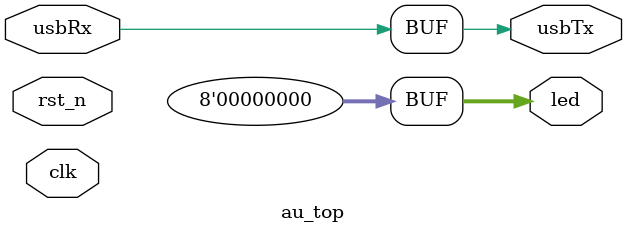
<source format=v>
module au_top(
    input clk,              // 100MHz clock
    input rst_n,            // reset button (active low)
    output [7:0] led,       // 8 user controllable LEDs
    input usbRx,           // USB->Serial input
    output usbTx           // USB->Serial output
    );
    
    wire rst;
    
    // The reset conditioner is used to synchronize the reset signal to the FPGA
    // clock. This ensures the entire FPGA comes out of reset at the same time.
    resetConditioner resetConditioner(.clk(clk), .in(!rst_n), .out(rst));
    
    assign led = 8'h00;      // turn LEDs off

    assign usbTx = usbRx;    // echo the serial data
    
endmodule
</source>
